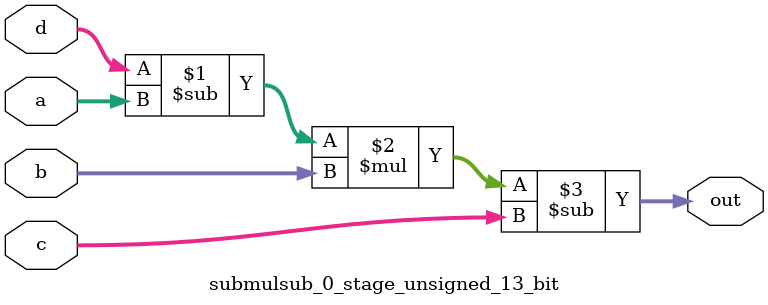
<source format=sv>
(* use_dsp = "yes" *) module submulsub_0_stage_unsigned_13_bit(
	input  [12:0] a,
	input  [12:0] b,
	input  [12:0] c,
	input  [12:0] d,
	output [12:0] out
	);

	assign out = ((d - a) * b) - c;
endmodule

</source>
